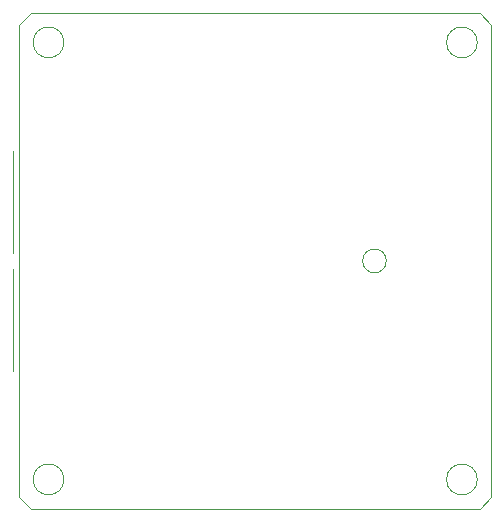
<source format=gm1>
G04 #@! TF.GenerationSoftware,KiCad,Pcbnew,7.0.7*
G04 #@! TF.CreationDate,2023-11-07T16:40:15+01:00*
G04 #@! TF.ProjectId,semkicker01,73656d6b-6963-46b6-9572-30312e6b6963,rev?*
G04 #@! TF.SameCoordinates,Original*
G04 #@! TF.FileFunction,Profile,NP*
%FSLAX46Y46*%
G04 Gerber Fmt 4.6, Leading zero omitted, Abs format (unit mm)*
G04 Created by KiCad (PCBNEW 7.0.7) date 2023-11-07 16:40:15*
%MOMM*%
%LPD*%
G01*
G04 APERTURE LIST*
G04 #@! TA.AperFunction,Profile*
%ADD10C,0.100000*%
G04 #@! TD*
G04 APERTURE END LIST*
D10*
X161100000Y-90000000D02*
G75*
G03*
X161100000Y-90000000I-1000000J0D01*
G01*
X168800000Y-108500000D02*
G75*
G03*
X168800000Y-108500000I-1300000J0D01*
G01*
X131000000Y-69000000D02*
X130000000Y-70000000D01*
X161100000Y-90000000D02*
G75*
G03*
X161100000Y-90000000I-1000000J0D01*
G01*
X133800000Y-71500000D02*
G75*
G03*
X133800000Y-71500000I-1300000J0D01*
G01*
X169000000Y-111000000D02*
X170000000Y-110000000D01*
X168800000Y-71500000D02*
G75*
G03*
X168800000Y-71500000I-1300000J0D01*
G01*
X170000000Y-110000000D02*
X170000000Y-70000000D01*
X170000000Y-70000000D02*
X169000000Y-69000000D01*
X130000000Y-70000000D02*
X130000000Y-110000000D01*
X131000000Y-111000000D02*
X130000000Y-110000000D01*
X169000000Y-69000000D02*
X131000000Y-69000000D01*
X133800000Y-108500000D02*
G75*
G03*
X133800000Y-108500000I-1300000J0D01*
G01*
X169000000Y-111000000D02*
X131000000Y-111000000D01*
X129500000Y-80700000D02*
X129500000Y-89300000D01*
X129460000Y-90700000D02*
X129460000Y-99300000D01*
M02*

</source>
